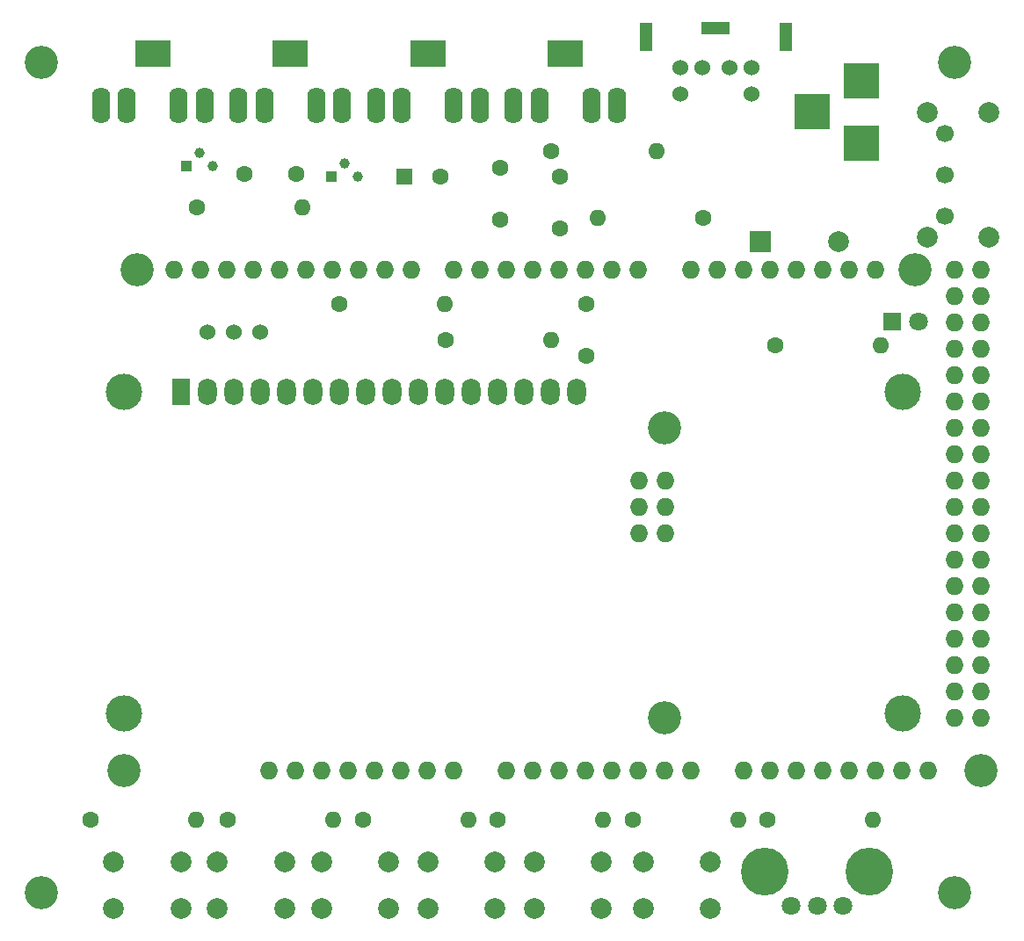
<source format=gts>
G04 #@! TF.FileFunction,Soldermask,Top*
%FSLAX46Y46*%
G04 Gerber Fmt 4.6, Leading zero omitted, Abs format (unit mm)*
G04 Created by KiCad (PCBNEW 4.0.7-e2-6376~61~ubuntu18.04.1) date Wed Jul 25 19:22:43 2018*
%MOMM*%
%LPD*%
G01*
G04 APERTURE LIST*
%ADD10C,0.100000*%
%ADD11R,2.000000X2.000000*%
%ADD12C,2.000000*%
%ADD13R,1.600000X1.600000*%
%ADD14C,1.600000*%
%ADD15C,1.524000*%
%ADD16R,1.200000X2.800000*%
%ADD17R,2.800000X1.200000*%
%ADD18C,1.000000*%
%ADD19R,1.000000X1.000000*%
%ADD20O,1.600000X1.600000*%
%ADD21C,1.800000*%
%ADD22C,4.600000*%
%ADD23O,1.727200X1.727200*%
%ADD24C,3.200000*%
%ADD25R,3.500000X3.500000*%
%ADD26C,1.700000*%
%ADD27R,1.800000X1.800000*%
%ADD28R,1.800000X2.600000*%
%ADD29O,1.800000X2.600000*%
%ADD30C,3.500000*%
%ADD31R,3.500000X2.500000*%
%ADD32O,1.750000X3.500000*%
G04 APERTURE END LIST*
D10*
D11*
X155250000Y-82250000D03*
D12*
X162850000Y-82250000D03*
D13*
X121000000Y-76000000D03*
D14*
X124500000Y-76000000D03*
D15*
X149700000Y-65500000D03*
X152300000Y-65500000D03*
X147600000Y-65500000D03*
X154400000Y-65500000D03*
X147600000Y-68000000D03*
X154400000Y-68000000D03*
D16*
X157750000Y-62500000D03*
X144250000Y-62500000D03*
D17*
X151000000Y-61700000D03*
D18*
X115270000Y-74730000D03*
X116540000Y-76000000D03*
D19*
X114000000Y-76000000D03*
D18*
X101270000Y-73730000D03*
X102540000Y-75000000D03*
D19*
X100000000Y-75000000D03*
D14*
X114750000Y-88250000D03*
D20*
X124910000Y-88250000D03*
D14*
X135100000Y-73530000D03*
D20*
X145260000Y-73530000D03*
D21*
X163250000Y-146250000D03*
X160750000Y-146250000D03*
X158250000Y-146250000D03*
D22*
X165750000Y-142950000D03*
X155750000Y-142950000D03*
D14*
X101000000Y-79000000D03*
D20*
X111160000Y-79000000D03*
D14*
X90750000Y-138000000D03*
D20*
X100910000Y-138000000D03*
D14*
X104000000Y-138000000D03*
D20*
X114160000Y-138000000D03*
D14*
X117000000Y-138000000D03*
D20*
X127160000Y-138000000D03*
D14*
X130000000Y-138000000D03*
D20*
X140160000Y-138000000D03*
D14*
X143000000Y-138000000D03*
D20*
X153160000Y-138000000D03*
D14*
X156000000Y-138000000D03*
D20*
X166160000Y-138000000D03*
D14*
X125000000Y-91750000D03*
D20*
X135160000Y-91750000D03*
D14*
X149750000Y-80000000D03*
D20*
X139590000Y-80000000D03*
D12*
X99500000Y-142000000D03*
X99500000Y-146500000D03*
X93000000Y-142000000D03*
X93000000Y-146500000D03*
X109500000Y-142000000D03*
X109500000Y-146500000D03*
X103000000Y-142000000D03*
X103000000Y-146500000D03*
X119500000Y-142000000D03*
X119500000Y-146500000D03*
X113000000Y-142000000D03*
X113000000Y-146500000D03*
X129750000Y-142000000D03*
X129750000Y-146500000D03*
X123250000Y-142000000D03*
X123250000Y-146500000D03*
X140000000Y-142000000D03*
X140000000Y-146500000D03*
X133500000Y-142000000D03*
X133500000Y-146500000D03*
X150500000Y-142000000D03*
X150500000Y-146500000D03*
X144000000Y-142000000D03*
X144000000Y-146500000D03*
D23*
X143627000Y-110350000D03*
X146167000Y-110350000D03*
X146167000Y-107810000D03*
X143627000Y-107810000D03*
X146167000Y-105270000D03*
X130800000Y-133210000D03*
X125720000Y-133210000D03*
X123180000Y-133210000D03*
X120640000Y-133210000D03*
X118100000Y-133210000D03*
X115560000Y-133210000D03*
X113020000Y-133210000D03*
X110480000Y-133210000D03*
X166360000Y-84950000D03*
X163820000Y-84950000D03*
X161280000Y-84950000D03*
X158740000Y-84950000D03*
X156200000Y-84950000D03*
X153660000Y-84950000D03*
X151120000Y-84950000D03*
X148580000Y-84950000D03*
X143500000Y-84950000D03*
X140960000Y-84950000D03*
X138420000Y-84950000D03*
X135880000Y-84950000D03*
X133340000Y-84950000D03*
X130800000Y-84950000D03*
X128260000Y-84950000D03*
X125720000Y-84950000D03*
X106416000Y-84950000D03*
X121656000Y-84950000D03*
X119116000Y-84950000D03*
X116576000Y-84950000D03*
D24*
X146040000Y-128130000D03*
X146040000Y-100190000D03*
X170170000Y-84950000D03*
X95240000Y-84950000D03*
X176520000Y-133210000D03*
X93970000Y-133210000D03*
D23*
X98796000Y-84950000D03*
X101336000Y-84950000D03*
X103876000Y-84950000D03*
X108956000Y-84950000D03*
X111496000Y-84950000D03*
X114036000Y-84950000D03*
X107940000Y-133210000D03*
X133340000Y-133210000D03*
X135880000Y-133210000D03*
X138420000Y-133210000D03*
X140960000Y-133210000D03*
X143500000Y-133210000D03*
X146040000Y-133210000D03*
X148580000Y-133210000D03*
X153660000Y-133210000D03*
X156200000Y-133210000D03*
X158740000Y-133210000D03*
X161280000Y-133210000D03*
X163820000Y-133210000D03*
X166360000Y-133210000D03*
X168900000Y-133210000D03*
X171440000Y-133210000D03*
X173980000Y-84950000D03*
X176520000Y-84950000D03*
X173980000Y-87490000D03*
X176520000Y-87490000D03*
X173980000Y-90030000D03*
X176520000Y-90030000D03*
X173980000Y-92570000D03*
X176520000Y-92570000D03*
X173980000Y-95110000D03*
X176520000Y-95110000D03*
X173980000Y-97650000D03*
X176520000Y-97650000D03*
X173980000Y-100190000D03*
X176520000Y-100190000D03*
X173980000Y-102730000D03*
X176520000Y-102730000D03*
X173980000Y-105270000D03*
X176520000Y-105270000D03*
X173980000Y-107810000D03*
X176520000Y-107810000D03*
X173980000Y-110350000D03*
X176520000Y-110350000D03*
X173980000Y-112890000D03*
X176520000Y-112890000D03*
X173980000Y-115430000D03*
X176520000Y-115430000D03*
X173980000Y-117970000D03*
X176520000Y-117970000D03*
X173980000Y-120510000D03*
X176520000Y-120510000D03*
X173980000Y-123050000D03*
X176520000Y-123050000D03*
X173980000Y-125590000D03*
X176520000Y-125590000D03*
X173980000Y-128130000D03*
X176520000Y-128130000D03*
X143627000Y-105270000D03*
D25*
X165000000Y-72750000D03*
X165000000Y-66750000D03*
X160300000Y-69750000D03*
D24*
X174000000Y-65000000D03*
X174000000Y-145000000D03*
X86000000Y-145000000D03*
X86000000Y-65000000D03*
D14*
X130260000Y-80160000D03*
X130260000Y-75160000D03*
X138560000Y-88290000D03*
X138560000Y-93290000D03*
X105560000Y-75720000D03*
X110560000Y-75720000D03*
X136000000Y-81000000D03*
X136000000Y-76000000D03*
D15*
X104590000Y-90990000D03*
X107130000Y-90990000D03*
X102050000Y-90990000D03*
D12*
X171340000Y-81830000D03*
X171340000Y-69830000D03*
X177340000Y-69830000D03*
X177340000Y-81830000D03*
D26*
X173090000Y-79830000D03*
X173090000Y-75830000D03*
X173090000Y-71830000D03*
D27*
X168000000Y-90000000D03*
D21*
X170540000Y-90000000D03*
D14*
X156750000Y-92250000D03*
D20*
X166910000Y-92250000D03*
D28*
X99500000Y-96750000D03*
D29*
X102040000Y-96750000D03*
X104580000Y-96750000D03*
X107120000Y-96750000D03*
X109660000Y-96750000D03*
X112200000Y-96750000D03*
X114740000Y-96750000D03*
X117280000Y-96750000D03*
X119820000Y-96750000D03*
X122360000Y-96750000D03*
X124900000Y-96750000D03*
X127440000Y-96750000D03*
X129980000Y-96750000D03*
X132520000Y-96750000D03*
X135060000Y-96750000D03*
X137600000Y-96750000D03*
D30*
X94000900Y-96750000D03*
X94000900Y-127750700D03*
X168999480Y-127750700D03*
X169000000Y-96750000D03*
D31*
X123250000Y-64154000D03*
D32*
X128250000Y-69160000D03*
X118250000Y-69160000D03*
X125750000Y-69160000D03*
X120750000Y-69160000D03*
D31*
X96750000Y-64154000D03*
D32*
X101750000Y-69160000D03*
X91750000Y-69160000D03*
X99250000Y-69160000D03*
X94250000Y-69160000D03*
D31*
X110000000Y-64154000D03*
D32*
X115000000Y-69160000D03*
X105000000Y-69160000D03*
X112500000Y-69160000D03*
X107500000Y-69160000D03*
D31*
X136500000Y-64154000D03*
D32*
X141500000Y-69160000D03*
X131500000Y-69160000D03*
X139000000Y-69160000D03*
X134000000Y-69160000D03*
M02*

</source>
